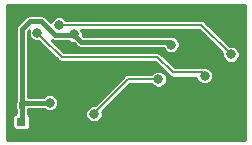
<source format=gbl>
G04 #@! TF.GenerationSoftware,KiCad,Pcbnew,5.0.0-rc3+dfsg1-2*
G04 #@! TF.CreationDate,2018-07-25T10:31:46+09:00*
G04 #@! TF.ProjectId,fst-01,6673742D30312E6B696361645F706362,rev?*
G04 #@! TF.SameCoordinates,Original*
G04 #@! TF.FileFunction,Copper,L2,Bot,Signal*
G04 #@! TF.FilePolarity,Positive*
%FSLAX46Y46*%
G04 Gerber Fmt 4.6, Leading zero omitted, Abs format (unit mm)*
G04 Created by KiCad (PCBNEW 5.0.0-rc3+dfsg1-2) date Wed Jul 25 10:31:46 2018*
%MOMM*%
%LPD*%
G01*
G04 APERTURE LIST*
G04 #@! TA.AperFunction,ComponentPad*
%ADD10C,1.000000*%
G04 #@! TD*
G04 #@! TA.AperFunction,ComponentPad*
%ADD11R,0.800000X0.800000*%
G04 #@! TD*
G04 #@! TA.AperFunction,ViaPad*
%ADD12C,0.800100*%
G04 #@! TD*
G04 #@! TA.AperFunction,Conductor*
%ADD13C,0.200660*%
G04 #@! TD*
G04 #@! TA.AperFunction,Conductor*
%ADD14C,0.381000*%
G04 #@! TD*
G04 #@! TA.AperFunction,Conductor*
%ADD15C,0.248920*%
G04 #@! TD*
G04 APERTURE END LIST*
D10*
G04 #@! TO.P,J1,5*
G04 #@! TO.N,GND*
X128200000Y-93746500D03*
X128200000Y-104246500D03*
G04 #@! TD*
D11*
G04 #@! TO.P,K1,5*
G04 #@! TO.N,GND*
X115316000Y-103174800D03*
G04 #@! TO.P,K1,1*
G04 #@! TO.N,+3V3*
X110236000Y-103174800D03*
G04 #@! TD*
D12*
G04 #@! TO.N,/D+_PLUG*
X111627920Y-95646242D03*
X125788420Y-99273360D03*
G04 #@! TO.N,/D-_PLUG*
X128016000Y-97472500D03*
X113449778Y-94969922D03*
G04 #@! TO.N,/NRST*
X121869891Y-99554609D03*
X116415820Y-102494080D03*
G04 #@! TO.N,GND*
X117538500Y-98577400D03*
X112651540Y-100258880D03*
G04 #@! TO.N,+3V3*
X122936000Y-96634240D03*
X112651540Y-101551740D03*
X114719100Y-95770700D03*
G04 #@! TD*
D13*
G04 #@! TO.N,/D+_PLUG*
X112027969Y-96046291D02*
X111627920Y-95646242D01*
X113687858Y-97706180D02*
X112027969Y-96046291D01*
X125770640Y-99390200D02*
X125770640Y-99181920D01*
X125760480Y-99400360D02*
X125770640Y-99390200D01*
X125770640Y-99181920D02*
X125585220Y-98996500D01*
X125585220Y-98996500D02*
X123073160Y-98996500D01*
X123073160Y-98996500D02*
X121782840Y-97706180D01*
X121782840Y-97706180D02*
X113687858Y-97706180D01*
G04 #@! TO.N,/D-_PLUG*
X113538000Y-94907100D02*
X113449100Y-94996000D01*
X113588800Y-94957900D02*
X113538000Y-94907100D01*
X128016000Y-97472500D02*
X125501400Y-94957900D01*
X125501400Y-94957900D02*
X113588800Y-94957900D01*
G04 #@! TO.N,/NRST*
X119276551Y-99554609D02*
X121304135Y-99554609D01*
X116410740Y-102494080D02*
X116410740Y-102420420D01*
X121304135Y-99554609D02*
X121869891Y-99554609D01*
X116410740Y-102420420D02*
X119276551Y-99554609D01*
G04 #@! TO.N,GND*
X115305840Y-102266792D02*
X115305840Y-103212900D01*
X112839500Y-100393500D02*
X113333369Y-100294321D01*
X113333369Y-100294321D02*
X115305840Y-102266792D01*
D14*
G04 #@! TO.N,+3V3*
X110291880Y-101602540D02*
X112651540Y-101602540D01*
X110271560Y-101582220D02*
X110291880Y-101602540D01*
X110271560Y-101909880D02*
X110271560Y-101582220D01*
X115298220Y-96380300D02*
X122682060Y-96380300D01*
X122682060Y-96380300D02*
X122936000Y-96634240D01*
X114706400Y-95808800D02*
X114726720Y-95808800D01*
X114726720Y-95808800D02*
X115298220Y-96380300D01*
X113087547Y-95806260D02*
X114708940Y-95806260D01*
X111939467Y-94658180D02*
X113087547Y-95806260D01*
X110952280Y-94658180D02*
X111939467Y-94658180D01*
X110291880Y-103187500D02*
X110291880Y-95318580D01*
X110291880Y-95318580D02*
X110952280Y-94658180D01*
G04 #@! TD*
D15*
G04 #@! TO.N,GND*
G36*
X129165350Y-104717850D02*
X109086650Y-104717850D01*
X109086650Y-102774800D01*
X109504511Y-102774800D01*
X109504511Y-103574800D01*
X109529744Y-103701655D01*
X109601602Y-103809198D01*
X109709145Y-103881056D01*
X109836000Y-103906289D01*
X110636000Y-103906289D01*
X110762855Y-103881056D01*
X110870398Y-103809198D01*
X110942256Y-103701655D01*
X110967489Y-103574800D01*
X110967489Y-102774800D01*
X110942256Y-102647945D01*
X110870398Y-102540402D01*
X110807500Y-102498375D01*
X110807500Y-102349835D01*
X115690650Y-102349835D01*
X115690650Y-102638325D01*
X115801050Y-102904856D01*
X116005044Y-103108850D01*
X116271575Y-103219250D01*
X116560065Y-103219250D01*
X116826596Y-103108850D01*
X117030590Y-102904856D01*
X117140990Y-102638325D01*
X117140990Y-102349835D01*
X117124006Y-102308831D01*
X119452778Y-99980059D01*
X121269795Y-99980059D01*
X121459115Y-100169379D01*
X121725646Y-100279779D01*
X122014136Y-100279779D01*
X122280667Y-100169379D01*
X122484661Y-99965385D01*
X122595061Y-99698854D01*
X122595061Y-99410364D01*
X122484661Y-99143833D01*
X122280667Y-98939839D01*
X122014136Y-98829439D01*
X121725646Y-98829439D01*
X121459115Y-98939839D01*
X121269795Y-99129159D01*
X119318449Y-99129159D01*
X119276551Y-99120825D01*
X119234653Y-99129159D01*
X119234648Y-99129159D01*
X119110549Y-99153844D01*
X118969819Y-99247877D01*
X118946084Y-99283399D01*
X116460574Y-101768910D01*
X116271575Y-101768910D01*
X116005044Y-101879310D01*
X115801050Y-102083304D01*
X115690650Y-102349835D01*
X110807500Y-102349835D01*
X110807500Y-102118160D01*
X112192414Y-102118160D01*
X112240764Y-102166510D01*
X112507295Y-102276910D01*
X112795785Y-102276910D01*
X113062316Y-102166510D01*
X113266310Y-101962516D01*
X113376710Y-101695985D01*
X113376710Y-101407495D01*
X113266310Y-101140964D01*
X113062316Y-100936970D01*
X112795785Y-100826570D01*
X112507295Y-100826570D01*
X112240764Y-100936970D01*
X112090814Y-101086920D01*
X110807500Y-101086920D01*
X110807500Y-95532156D01*
X110948776Y-95390880D01*
X110902750Y-95501997D01*
X110902750Y-95790487D01*
X111013150Y-96057018D01*
X111217144Y-96261012D01*
X111483675Y-96371412D01*
X111751413Y-96371412D01*
X111756760Y-96376759D01*
X111756763Y-96376761D01*
X113357391Y-97977390D01*
X113381126Y-98012912D01*
X113416648Y-98036647D01*
X113416649Y-98036648D01*
X113521855Y-98106945D01*
X113547599Y-98112066D01*
X113645955Y-98131630D01*
X113645959Y-98131630D01*
X113687858Y-98139964D01*
X113729757Y-98131630D01*
X121606614Y-98131630D01*
X122742693Y-99267710D01*
X122766428Y-99303232D01*
X122907158Y-99397265D01*
X123031257Y-99421950D01*
X123031261Y-99421950D01*
X123073159Y-99430284D01*
X123115057Y-99421950D01*
X125065050Y-99421950D01*
X125173650Y-99684136D01*
X125377644Y-99888130D01*
X125644175Y-99998530D01*
X125932665Y-99998530D01*
X126199196Y-99888130D01*
X126403190Y-99684136D01*
X126513590Y-99417605D01*
X126513590Y-99129115D01*
X126403190Y-98862584D01*
X126199196Y-98658590D01*
X125932665Y-98548190D01*
X125644175Y-98548190D01*
X125601357Y-98565926D01*
X125585220Y-98562716D01*
X125543322Y-98571050D01*
X123249387Y-98571050D01*
X122113309Y-97434973D01*
X122089572Y-97399448D01*
X121948842Y-97305415D01*
X121824743Y-97280730D01*
X121824738Y-97280730D01*
X121782840Y-97272396D01*
X121740942Y-97280730D01*
X113864085Y-97280730D01*
X112853077Y-96269723D01*
X112886362Y-96291963D01*
X113036766Y-96321880D01*
X113036770Y-96321880D01*
X113087546Y-96331980D01*
X113138322Y-96321880D01*
X114244734Y-96321880D01*
X114308324Y-96385470D01*
X114574855Y-96495870D01*
X114684594Y-96495870D01*
X114897711Y-96708987D01*
X114926479Y-96752041D01*
X115084654Y-96857730D01*
X115097035Y-96866003D01*
X115298219Y-96906021D01*
X115349000Y-96895920D01*
X122259473Y-96895920D01*
X122321230Y-97045016D01*
X122525224Y-97249010D01*
X122791755Y-97359410D01*
X123080245Y-97359410D01*
X123346776Y-97249010D01*
X123550770Y-97045016D01*
X123661170Y-96778485D01*
X123661170Y-96489995D01*
X123550770Y-96223464D01*
X123346776Y-96019470D01*
X123080245Y-95909070D01*
X122904905Y-95909070D01*
X122883245Y-95894597D01*
X122732841Y-95864680D01*
X122682060Y-95854579D01*
X122631279Y-95864680D01*
X115511796Y-95864680D01*
X115444270Y-95797154D01*
X115444270Y-95626455D01*
X115343573Y-95383350D01*
X125325174Y-95383350D01*
X127290830Y-97349007D01*
X127290830Y-97616745D01*
X127401230Y-97883276D01*
X127605224Y-98087270D01*
X127871755Y-98197670D01*
X128160245Y-98197670D01*
X128426776Y-98087270D01*
X128630770Y-97883276D01*
X128741170Y-97616745D01*
X128741170Y-97328255D01*
X128630770Y-97061724D01*
X128426776Y-96857730D01*
X128160245Y-96747330D01*
X127892507Y-96747330D01*
X125831868Y-94686692D01*
X125808132Y-94651168D01*
X125667402Y-94557135D01*
X125543303Y-94532450D01*
X125543298Y-94532450D01*
X125501400Y-94524116D01*
X125459502Y-94532450D01*
X114037852Y-94532450D01*
X113860554Y-94355152D01*
X113594023Y-94244752D01*
X113305533Y-94244752D01*
X113039002Y-94355152D01*
X112835008Y-94559146D01*
X112757281Y-94746798D01*
X112339977Y-94329495D01*
X112311208Y-94286439D01*
X112140652Y-94172477D01*
X111990248Y-94142560D01*
X111939467Y-94132459D01*
X111888686Y-94142560D01*
X111003061Y-94142560D01*
X110952280Y-94132459D01*
X110901499Y-94142560D01*
X110751095Y-94172477D01*
X110580539Y-94286439D01*
X110551773Y-94329490D01*
X109963193Y-94918072D01*
X109920140Y-94946839D01*
X109863590Y-95031472D01*
X109806177Y-95117396D01*
X109766159Y-95318580D01*
X109776261Y-95369366D01*
X109776260Y-101429282D01*
X109745839Y-101582220D01*
X109755940Y-101633001D01*
X109755940Y-101960660D01*
X109776260Y-102062817D01*
X109776260Y-102455194D01*
X109709145Y-102468544D01*
X109601602Y-102540402D01*
X109529744Y-102647945D01*
X109504511Y-102774800D01*
X109086650Y-102774800D01*
X109086650Y-93275150D01*
X129165351Y-93275150D01*
X129165350Y-104717850D01*
X129165350Y-104717850D01*
G37*
X129165350Y-104717850D02*
X109086650Y-104717850D01*
X109086650Y-102774800D01*
X109504511Y-102774800D01*
X109504511Y-103574800D01*
X109529744Y-103701655D01*
X109601602Y-103809198D01*
X109709145Y-103881056D01*
X109836000Y-103906289D01*
X110636000Y-103906289D01*
X110762855Y-103881056D01*
X110870398Y-103809198D01*
X110942256Y-103701655D01*
X110967489Y-103574800D01*
X110967489Y-102774800D01*
X110942256Y-102647945D01*
X110870398Y-102540402D01*
X110807500Y-102498375D01*
X110807500Y-102349835D01*
X115690650Y-102349835D01*
X115690650Y-102638325D01*
X115801050Y-102904856D01*
X116005044Y-103108850D01*
X116271575Y-103219250D01*
X116560065Y-103219250D01*
X116826596Y-103108850D01*
X117030590Y-102904856D01*
X117140990Y-102638325D01*
X117140990Y-102349835D01*
X117124006Y-102308831D01*
X119452778Y-99980059D01*
X121269795Y-99980059D01*
X121459115Y-100169379D01*
X121725646Y-100279779D01*
X122014136Y-100279779D01*
X122280667Y-100169379D01*
X122484661Y-99965385D01*
X122595061Y-99698854D01*
X122595061Y-99410364D01*
X122484661Y-99143833D01*
X122280667Y-98939839D01*
X122014136Y-98829439D01*
X121725646Y-98829439D01*
X121459115Y-98939839D01*
X121269795Y-99129159D01*
X119318449Y-99129159D01*
X119276551Y-99120825D01*
X119234653Y-99129159D01*
X119234648Y-99129159D01*
X119110549Y-99153844D01*
X118969819Y-99247877D01*
X118946084Y-99283399D01*
X116460574Y-101768910D01*
X116271575Y-101768910D01*
X116005044Y-101879310D01*
X115801050Y-102083304D01*
X115690650Y-102349835D01*
X110807500Y-102349835D01*
X110807500Y-102118160D01*
X112192414Y-102118160D01*
X112240764Y-102166510D01*
X112507295Y-102276910D01*
X112795785Y-102276910D01*
X113062316Y-102166510D01*
X113266310Y-101962516D01*
X113376710Y-101695985D01*
X113376710Y-101407495D01*
X113266310Y-101140964D01*
X113062316Y-100936970D01*
X112795785Y-100826570D01*
X112507295Y-100826570D01*
X112240764Y-100936970D01*
X112090814Y-101086920D01*
X110807500Y-101086920D01*
X110807500Y-95532156D01*
X110948776Y-95390880D01*
X110902750Y-95501997D01*
X110902750Y-95790487D01*
X111013150Y-96057018D01*
X111217144Y-96261012D01*
X111483675Y-96371412D01*
X111751413Y-96371412D01*
X111756760Y-96376759D01*
X111756763Y-96376761D01*
X113357391Y-97977390D01*
X113381126Y-98012912D01*
X113416648Y-98036647D01*
X113416649Y-98036648D01*
X113521855Y-98106945D01*
X113547599Y-98112066D01*
X113645955Y-98131630D01*
X113645959Y-98131630D01*
X113687858Y-98139964D01*
X113729757Y-98131630D01*
X121606614Y-98131630D01*
X122742693Y-99267710D01*
X122766428Y-99303232D01*
X122907158Y-99397265D01*
X123031257Y-99421950D01*
X123031261Y-99421950D01*
X123073159Y-99430284D01*
X123115057Y-99421950D01*
X125065050Y-99421950D01*
X125173650Y-99684136D01*
X125377644Y-99888130D01*
X125644175Y-99998530D01*
X125932665Y-99998530D01*
X126199196Y-99888130D01*
X126403190Y-99684136D01*
X126513590Y-99417605D01*
X126513590Y-99129115D01*
X126403190Y-98862584D01*
X126199196Y-98658590D01*
X125932665Y-98548190D01*
X125644175Y-98548190D01*
X125601357Y-98565926D01*
X125585220Y-98562716D01*
X125543322Y-98571050D01*
X123249387Y-98571050D01*
X122113309Y-97434973D01*
X122089572Y-97399448D01*
X121948842Y-97305415D01*
X121824743Y-97280730D01*
X121824738Y-97280730D01*
X121782840Y-97272396D01*
X121740942Y-97280730D01*
X113864085Y-97280730D01*
X112853077Y-96269723D01*
X112886362Y-96291963D01*
X113036766Y-96321880D01*
X113036770Y-96321880D01*
X113087546Y-96331980D01*
X113138322Y-96321880D01*
X114244734Y-96321880D01*
X114308324Y-96385470D01*
X114574855Y-96495870D01*
X114684594Y-96495870D01*
X114897711Y-96708987D01*
X114926479Y-96752041D01*
X115084654Y-96857730D01*
X115097035Y-96866003D01*
X115298219Y-96906021D01*
X115349000Y-96895920D01*
X122259473Y-96895920D01*
X122321230Y-97045016D01*
X122525224Y-97249010D01*
X122791755Y-97359410D01*
X123080245Y-97359410D01*
X123346776Y-97249010D01*
X123550770Y-97045016D01*
X123661170Y-96778485D01*
X123661170Y-96489995D01*
X123550770Y-96223464D01*
X123346776Y-96019470D01*
X123080245Y-95909070D01*
X122904905Y-95909070D01*
X122883245Y-95894597D01*
X122732841Y-95864680D01*
X122682060Y-95854579D01*
X122631279Y-95864680D01*
X115511796Y-95864680D01*
X115444270Y-95797154D01*
X115444270Y-95626455D01*
X115343573Y-95383350D01*
X125325174Y-95383350D01*
X127290830Y-97349007D01*
X127290830Y-97616745D01*
X127401230Y-97883276D01*
X127605224Y-98087270D01*
X127871755Y-98197670D01*
X128160245Y-98197670D01*
X128426776Y-98087270D01*
X128630770Y-97883276D01*
X128741170Y-97616745D01*
X128741170Y-97328255D01*
X128630770Y-97061724D01*
X128426776Y-96857730D01*
X128160245Y-96747330D01*
X127892507Y-96747330D01*
X125831868Y-94686692D01*
X125808132Y-94651168D01*
X125667402Y-94557135D01*
X125543303Y-94532450D01*
X125543298Y-94532450D01*
X125501400Y-94524116D01*
X125459502Y-94532450D01*
X114037852Y-94532450D01*
X113860554Y-94355152D01*
X113594023Y-94244752D01*
X113305533Y-94244752D01*
X113039002Y-94355152D01*
X112835008Y-94559146D01*
X112757281Y-94746798D01*
X112339977Y-94329495D01*
X112311208Y-94286439D01*
X112140652Y-94172477D01*
X111990248Y-94142560D01*
X111939467Y-94132459D01*
X111888686Y-94142560D01*
X111003061Y-94142560D01*
X110952280Y-94132459D01*
X110901499Y-94142560D01*
X110751095Y-94172477D01*
X110580539Y-94286439D01*
X110551773Y-94329490D01*
X109963193Y-94918072D01*
X109920140Y-94946839D01*
X109863590Y-95031472D01*
X109806177Y-95117396D01*
X109766159Y-95318580D01*
X109776261Y-95369366D01*
X109776260Y-101429282D01*
X109745839Y-101582220D01*
X109755940Y-101633001D01*
X109755940Y-101960660D01*
X109776260Y-102062817D01*
X109776260Y-102455194D01*
X109709145Y-102468544D01*
X109601602Y-102540402D01*
X109529744Y-102647945D01*
X109504511Y-102774800D01*
X109086650Y-102774800D01*
X109086650Y-93275150D01*
X129165351Y-93275150D01*
X129165350Y-104717850D01*
G04 #@! TD*
M02*

</source>
